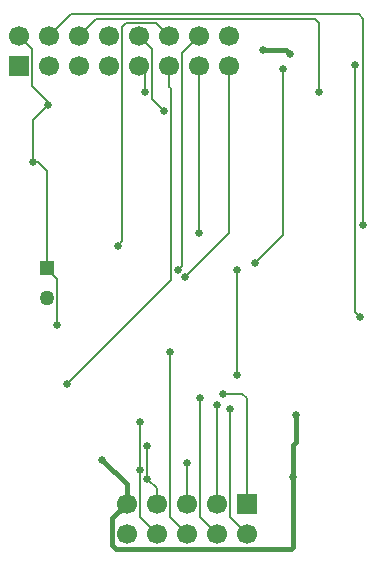
<source format=gbr>
G04 DipTrace 2.4.0.2*
%INBottom.gbr*%
%MOIN*%
%ADD13C,0.007*%
%ADD14C,0.015*%
%ADD19R,0.0669X0.0669*%
%ADD20C,0.0669*%
%ADD23C,0.05*%
%ADD24R,0.05X0.05*%
%ADD34C,0.025*%
%FSLAX44Y44*%
G04*
G70*
G90*
G75*
G01*
%LNBottom*%
%LPD*%
X10922Y20398D2*
D13*
Y14837D1*
X10217Y13587D2*
X10361Y13731D1*
Y20837D1*
X10922Y21398D1*
X13730Y20307D2*
Y14771D1*
X12776Y13817D1*
X16120Y20428D2*
Y12207D1*
X16296Y12030D1*
X9947Y10862D2*
Y5362D1*
X10508Y4802D1*
X12177Y10108D2*
Y13579D1*
X10508Y5802D2*
Y7166D1*
X16391Y15105D2*
Y21977D1*
X16251Y22117D1*
X6641D1*
X5922Y21398D1*
X14933Y19519D2*
Y21837D1*
X14793Y21977D1*
X7501D1*
X6922Y21398D1*
X9746Y18896D2*
X9361Y19280D1*
Y20958D1*
X8922Y21398D1*
X8211Y14412D2*
X8361Y14562D1*
Y21697D1*
X8501Y21837D1*
X9482D1*
X9922Y21398D1*
X9131Y19545D2*
Y20188D1*
X8922Y20398D1*
X6535Y9811D2*
X9976Y13252D1*
Y19651D1*
X9922Y19705D1*
Y20398D1*
X8947Y8515D2*
Y6936D1*
Y5362D1*
X9508Y4802D1*
X9196Y7716D2*
Y6626D1*
X9508Y6314D1*
Y5802D1*
X11738Y9461D2*
X12368D1*
X12508Y9321D1*
Y5802D1*
X11508D2*
Y9091D1*
X10947Y9321D2*
Y5362D1*
X11508Y4802D1*
X11947Y8975D2*
Y5362D1*
X12508Y4802D1*
X10447Y13357D2*
X11922Y14831D1*
Y20398D1*
X7698Y7256D2*
D14*
X8508Y6447D1*
Y5802D1*
X14061Y6691D2*
Y7765D1*
X14154Y7858D1*
Y8750D1*
X8508Y5802D2*
X8025Y5319D1*
Y4413D1*
X8151Y4286D1*
X13978D1*
X14061Y4369D1*
Y6691D1*
X13052Y20916D2*
X13832D1*
X13962Y20786D1*
X6198Y11750D2*
D13*
Y13304D1*
X5843Y13659D1*
X5899Y19107D2*
Y19195D1*
X5361Y19733D1*
Y20958D1*
X4922Y21398D1*
X5379Y17182D2*
Y18587D1*
X5899Y19107D1*
X5843Y13659D2*
Y16911D1*
X5572Y17182D1*
X5379D1*
D34*
X10922Y14837D3*
X10217Y13587D3*
X12776Y13817D3*
X13730Y20307D3*
X16296Y12030D3*
X16120Y20428D3*
X9947Y10862D3*
X12186Y13587D3*
X12177Y10108D3*
X10508Y7166D3*
X16391Y15105D3*
X14933Y19519D3*
X9746Y18896D3*
X8211Y14412D3*
X9131Y19545D3*
X6535Y9811D3*
X8947Y6936D3*
Y8515D3*
X9196Y6626D3*
Y7716D3*
X11738Y9461D3*
X11508Y9091D3*
X10947Y9321D3*
X11947Y8975D3*
X10447Y13357D3*
X14154Y8750D3*
X7698Y7256D3*
X14061Y6691D3*
X5899Y19107D3*
X6198Y11750D3*
X5379Y17182D3*
X13052Y20916D3*
X13962Y20786D3*
D19*
X12508Y5802D3*
D20*
Y4802D3*
X11508Y5802D3*
Y4802D3*
X10508Y5802D3*
Y4802D3*
X9508Y5802D3*
Y4802D3*
X8508Y5802D3*
Y4802D3*
D23*
X5843Y12659D3*
D24*
Y13659D3*
D19*
X4922Y20398D3*
D20*
Y21398D3*
X5922Y20398D3*
Y21398D3*
X6922Y20398D3*
Y21398D3*
X7922Y20398D3*
Y21398D3*
X8922Y20398D3*
Y21398D3*
X9922Y20398D3*
Y21398D3*
X10922Y20398D3*
Y21398D3*
X11922Y20398D3*
Y21398D3*
M02*

</source>
